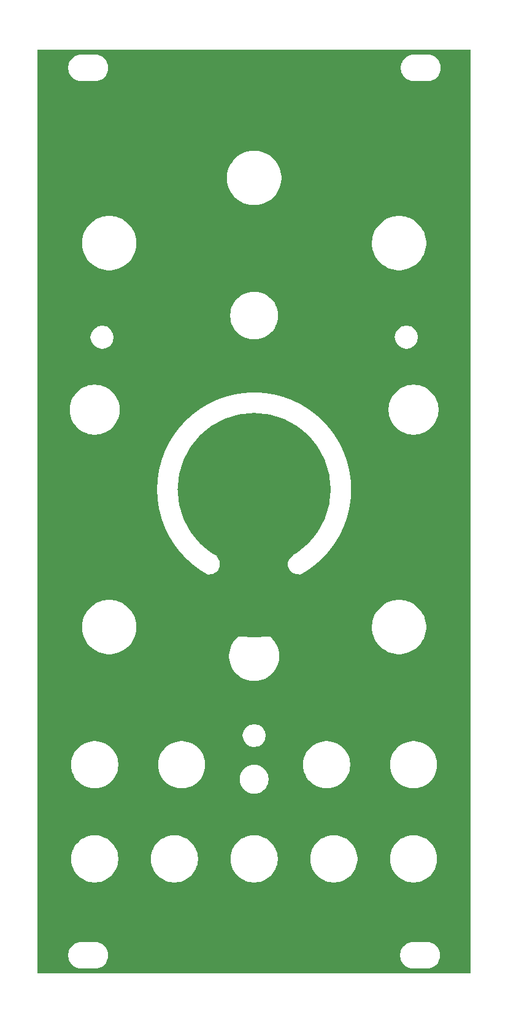
<source format=gbr>
%TF.GenerationSoftware,KiCad,Pcbnew,8.0.7*%
%TF.CreationDate,2025-01-17T12:36:58+00:00*%
%TF.ProjectId,Spectralist_Panel,53706563-7472-4616-9c69-73745f50616e,rev?*%
%TF.SameCoordinates,Original*%
%TF.FileFunction,Copper,L1,Top*%
%TF.FilePolarity,Positive*%
%FSLAX46Y46*%
G04 Gerber Fmt 4.6, Leading zero omitted, Abs format (unit mm)*
G04 Created by KiCad (PCBNEW 8.0.7) date 2025-01-17 12:36:58*
%MOMM*%
%LPD*%
G01*
G04 APERTURE LIST*
%TA.AperFunction,Conductor*%
%ADD10C,10.550000*%
%TD*%
%TA.AperFunction,Conductor*%
%ADD11C,7.000000*%
%TD*%
G04 APERTURE END LIST*
%TO.N,GND*%
D10*
X135275000Y-102000000D02*
G75*
G02*
X124725000Y-102000000I-5275000J0D01*
G01*
X124725000Y-102000000D02*
G75*
G02*
X135275000Y-102000000I5275000J0D01*
G01*
D11*
X146900000Y-102000000D02*
G75*
G02*
X113100000Y-102000000I-16900000J0D01*
G01*
X113100000Y-102000000D02*
G75*
G02*
X146900000Y-102000000I16900000J0D01*
G01*
%TD*%
%TA.AperFunction,Conductor*%
%TO.N,GND*%
G36*
X159896132Y-41303868D02*
G01*
X159899500Y-41312000D01*
X159899500Y-168788000D01*
X159896132Y-168796132D01*
X159888000Y-168799500D01*
X100112000Y-168799500D01*
X100103868Y-168796132D01*
X100100500Y-168788000D01*
X100100500Y-166178712D01*
X104349500Y-166178712D01*
X104349500Y-166421288D01*
X104381162Y-166661789D01*
X104381163Y-166661793D01*
X104381164Y-166661800D01*
X104381164Y-166661801D01*
X104443944Y-166896094D01*
X104443944Y-166896095D01*
X104536777Y-167120215D01*
X104658061Y-167330285D01*
X104658063Y-167330288D01*
X104658064Y-167330289D01*
X104805735Y-167522738D01*
X104977262Y-167694265D01*
X105169711Y-167841936D01*
X105169714Y-167841938D01*
X105379784Y-167963222D01*
X105379785Y-167963222D01*
X105379788Y-167963224D01*
X105603900Y-168056054D01*
X105603904Y-168056055D01*
X105838199Y-168118835D01*
X105838200Y-168118835D01*
X105838211Y-168118838D01*
X106078712Y-168150500D01*
X106078716Y-168150500D01*
X108121284Y-168150500D01*
X108121288Y-168150500D01*
X108361789Y-168118838D01*
X108361800Y-168118835D01*
X108361801Y-168118835D01*
X108423117Y-168102405D01*
X108596100Y-168056054D01*
X108820212Y-167963224D01*
X109030289Y-167841936D01*
X109222738Y-167694265D01*
X109394265Y-167522738D01*
X109541936Y-167330289D01*
X109663224Y-167120212D01*
X109756054Y-166896100D01*
X109818838Y-166661789D01*
X109850500Y-166421288D01*
X109850500Y-166178712D01*
X150149500Y-166178712D01*
X150149500Y-166421288D01*
X150181162Y-166661789D01*
X150181163Y-166661793D01*
X150181164Y-166661800D01*
X150181164Y-166661801D01*
X150243944Y-166896094D01*
X150243944Y-166896095D01*
X150336777Y-167120215D01*
X150458061Y-167330285D01*
X150458063Y-167330288D01*
X150458064Y-167330289D01*
X150605735Y-167522738D01*
X150777262Y-167694265D01*
X150969711Y-167841936D01*
X150969714Y-167841938D01*
X151179784Y-167963222D01*
X151179785Y-167963222D01*
X151179788Y-167963224D01*
X151403900Y-168056054D01*
X151403904Y-168056055D01*
X151638199Y-168118835D01*
X151638200Y-168118835D01*
X151638211Y-168118838D01*
X151878712Y-168150500D01*
X151878716Y-168150500D01*
X153921284Y-168150500D01*
X153921288Y-168150500D01*
X154161789Y-168118838D01*
X154161800Y-168118835D01*
X154161801Y-168118835D01*
X154223117Y-168102405D01*
X154396100Y-168056054D01*
X154620212Y-167963224D01*
X154830289Y-167841936D01*
X155022738Y-167694265D01*
X155194265Y-167522738D01*
X155341936Y-167330289D01*
X155463224Y-167120212D01*
X155556054Y-166896100D01*
X155618838Y-166661789D01*
X155650500Y-166421288D01*
X155650500Y-166178712D01*
X155618838Y-165938211D01*
X155556054Y-165703900D01*
X155463224Y-165479788D01*
X155341936Y-165269711D01*
X155194265Y-165077262D01*
X155022738Y-164905735D01*
X154830289Y-164758064D01*
X154830288Y-164758063D01*
X154830285Y-164758061D01*
X154620215Y-164636777D01*
X154396095Y-164543944D01*
X154161800Y-164481164D01*
X154161793Y-164481163D01*
X154161789Y-164481162D01*
X153967614Y-164455598D01*
X153921289Y-164449500D01*
X153921288Y-164449500D01*
X151878712Y-164449500D01*
X151878710Y-164449500D01*
X151786059Y-164461697D01*
X151638211Y-164481162D01*
X151638207Y-164481162D01*
X151638199Y-164481164D01*
X151638198Y-164481164D01*
X151403905Y-164543944D01*
X151403904Y-164543944D01*
X151179784Y-164636777D01*
X150969714Y-164758061D01*
X150897542Y-164813440D01*
X150777262Y-164905735D01*
X150777257Y-164905740D01*
X150777255Y-164905741D01*
X150605741Y-165077255D01*
X150605740Y-165077257D01*
X150605735Y-165077262D01*
X150513440Y-165197542D01*
X150458061Y-165269714D01*
X150336777Y-165479784D01*
X150243944Y-165703904D01*
X150243944Y-165703905D01*
X150181164Y-165938198D01*
X150181164Y-165938199D01*
X150181162Y-165938207D01*
X150181162Y-165938211D01*
X150149500Y-166178712D01*
X109850500Y-166178712D01*
X109818838Y-165938211D01*
X109756054Y-165703900D01*
X109663224Y-165479788D01*
X109541936Y-165269711D01*
X109394265Y-165077262D01*
X109222738Y-164905735D01*
X109030289Y-164758064D01*
X109030288Y-164758063D01*
X109030285Y-164758061D01*
X108820215Y-164636777D01*
X108596095Y-164543944D01*
X108361800Y-164481164D01*
X108361793Y-164481163D01*
X108361789Y-164481162D01*
X108167614Y-164455598D01*
X108121289Y-164449500D01*
X108121288Y-164449500D01*
X106078712Y-164449500D01*
X106078710Y-164449500D01*
X105986059Y-164461697D01*
X105838211Y-164481162D01*
X105838207Y-164481162D01*
X105838199Y-164481164D01*
X105838198Y-164481164D01*
X105603905Y-164543944D01*
X105603904Y-164543944D01*
X105379784Y-164636777D01*
X105169714Y-164758061D01*
X105097542Y-164813440D01*
X104977262Y-164905735D01*
X104977257Y-164905740D01*
X104977255Y-164905741D01*
X104805741Y-165077255D01*
X104805740Y-165077257D01*
X104805735Y-165077262D01*
X104713440Y-165197542D01*
X104658061Y-165269714D01*
X104536777Y-165479784D01*
X104443944Y-165703904D01*
X104443944Y-165703905D01*
X104381164Y-165938198D01*
X104381164Y-165938199D01*
X104381162Y-165938207D01*
X104381162Y-165938211D01*
X104349500Y-166178712D01*
X100100500Y-166178712D01*
X100100500Y-152840313D01*
X104749500Y-152840313D01*
X104749500Y-153159687D01*
X104773847Y-153406892D01*
X104780804Y-153477525D01*
X104843110Y-153790757D01*
X104843112Y-153790766D01*
X104935820Y-154096380D01*
X105058036Y-154391439D01*
X105058039Y-154391445D01*
X105208586Y-154673098D01*
X105208591Y-154673106D01*
X105386025Y-154938656D01*
X105588634Y-155185535D01*
X105814465Y-155411366D01*
X106061344Y-155613975D01*
X106326894Y-155791409D01*
X106326897Y-155791411D01*
X106326901Y-155791413D01*
X106608554Y-155941960D01*
X106608560Y-155941963D01*
X106683941Y-155973186D01*
X106903619Y-156064180D01*
X107209240Y-156156889D01*
X107522477Y-156219196D01*
X107840313Y-156250500D01*
X107840320Y-156250500D01*
X108159680Y-156250500D01*
X108159687Y-156250500D01*
X108477523Y-156219196D01*
X108790760Y-156156889D01*
X109096381Y-156064180D01*
X109391444Y-155941961D01*
X109673106Y-155791409D01*
X109938656Y-155613975D01*
X110185535Y-155411366D01*
X110411366Y-155185535D01*
X110613975Y-154938656D01*
X110791409Y-154673106D01*
X110941961Y-154391444D01*
X111064180Y-154096381D01*
X111156889Y-153790760D01*
X111219196Y-153477523D01*
X111250500Y-153159687D01*
X111250500Y-152840313D01*
X115749500Y-152840313D01*
X115749500Y-153159687D01*
X115773847Y-153406892D01*
X115780804Y-153477525D01*
X115843110Y-153790757D01*
X115843112Y-153790766D01*
X115935820Y-154096380D01*
X116058036Y-154391439D01*
X116058039Y-154391445D01*
X116208586Y-154673098D01*
X116208591Y-154673106D01*
X116386025Y-154938656D01*
X116588634Y-155185535D01*
X116814465Y-155411366D01*
X117061344Y-155613975D01*
X117326894Y-155791409D01*
X117326897Y-155791411D01*
X117326901Y-155791413D01*
X117608554Y-155941960D01*
X117608560Y-155941963D01*
X117683941Y-155973186D01*
X117903619Y-156064180D01*
X118209240Y-156156889D01*
X118522477Y-156219196D01*
X118840313Y-156250500D01*
X118840320Y-156250500D01*
X119159680Y-156250500D01*
X119159687Y-156250500D01*
X119477523Y-156219196D01*
X119790760Y-156156889D01*
X120096381Y-156064180D01*
X120391444Y-155941961D01*
X120673106Y-155791409D01*
X120938656Y-155613975D01*
X121185535Y-155411366D01*
X121411366Y-155185535D01*
X121613975Y-154938656D01*
X121791409Y-154673106D01*
X121941961Y-154391444D01*
X122064180Y-154096381D01*
X122156889Y-153790760D01*
X122219196Y-153477523D01*
X122250500Y-153159687D01*
X122250500Y-152840313D01*
X126749500Y-152840313D01*
X126749500Y-153159687D01*
X126773847Y-153406892D01*
X126780804Y-153477525D01*
X126843110Y-153790757D01*
X126843112Y-153790766D01*
X126935820Y-154096380D01*
X127058036Y-154391439D01*
X127058039Y-154391445D01*
X127208586Y-154673098D01*
X127208591Y-154673106D01*
X127386025Y-154938656D01*
X127588634Y-155185535D01*
X127814465Y-155411366D01*
X128061344Y-155613975D01*
X128326894Y-155791409D01*
X128326897Y-155791411D01*
X128326901Y-155791413D01*
X128608554Y-155941960D01*
X128608560Y-155941963D01*
X128683941Y-155973186D01*
X128903619Y-156064180D01*
X129209240Y-156156889D01*
X129522477Y-156219196D01*
X129840313Y-156250500D01*
X129840320Y-156250500D01*
X130159680Y-156250500D01*
X130159687Y-156250500D01*
X130477523Y-156219196D01*
X130790760Y-156156889D01*
X131096381Y-156064180D01*
X131391444Y-155941961D01*
X131673106Y-155791409D01*
X131938656Y-155613975D01*
X132185535Y-155411366D01*
X132411366Y-155185535D01*
X132613975Y-154938656D01*
X132791409Y-154673106D01*
X132941961Y-154391444D01*
X133064180Y-154096381D01*
X133156889Y-153790760D01*
X133219196Y-153477523D01*
X133250500Y-153159687D01*
X133250500Y-152840313D01*
X137749500Y-152840313D01*
X137749500Y-153159687D01*
X137773847Y-153406892D01*
X137780804Y-153477525D01*
X137843110Y-153790757D01*
X137843112Y-153790766D01*
X137935820Y-154096380D01*
X138058036Y-154391439D01*
X138058039Y-154391445D01*
X138208586Y-154673098D01*
X138208591Y-154673106D01*
X138386025Y-154938656D01*
X138588634Y-155185535D01*
X138814465Y-155411366D01*
X139061344Y-155613975D01*
X139326894Y-155791409D01*
X139326897Y-155791411D01*
X139326901Y-155791413D01*
X139608554Y-155941960D01*
X139608560Y-155941963D01*
X139683941Y-155973186D01*
X139903619Y-156064180D01*
X140209240Y-156156889D01*
X140522477Y-156219196D01*
X140840313Y-156250500D01*
X140840320Y-156250500D01*
X141159680Y-156250500D01*
X141159687Y-156250500D01*
X141477523Y-156219196D01*
X141790760Y-156156889D01*
X142096381Y-156064180D01*
X142391444Y-155941961D01*
X142673106Y-155791409D01*
X142938656Y-155613975D01*
X143185535Y-155411366D01*
X143411366Y-155185535D01*
X143613975Y-154938656D01*
X143791409Y-154673106D01*
X143941961Y-154391444D01*
X144064180Y-154096381D01*
X144156889Y-153790760D01*
X144219196Y-153477523D01*
X144250500Y-153159687D01*
X144250500Y-152840313D01*
X148749500Y-152840313D01*
X148749500Y-153159687D01*
X148773847Y-153406892D01*
X148780804Y-153477525D01*
X148843110Y-153790757D01*
X148843112Y-153790766D01*
X148935820Y-154096380D01*
X149058036Y-154391439D01*
X149058039Y-154391445D01*
X149208586Y-154673098D01*
X149208591Y-154673106D01*
X149386025Y-154938656D01*
X149588634Y-155185535D01*
X149814465Y-155411366D01*
X150061344Y-155613975D01*
X150326894Y-155791409D01*
X150326897Y-155791411D01*
X150326901Y-155791413D01*
X150608554Y-155941960D01*
X150608560Y-155941963D01*
X150683941Y-155973186D01*
X150903619Y-156064180D01*
X151209240Y-156156889D01*
X151522477Y-156219196D01*
X151840313Y-156250500D01*
X151840320Y-156250500D01*
X152159680Y-156250500D01*
X152159687Y-156250500D01*
X152477523Y-156219196D01*
X152790760Y-156156889D01*
X153096381Y-156064180D01*
X153391444Y-155941961D01*
X153673106Y-155791409D01*
X153938656Y-155613975D01*
X154185535Y-155411366D01*
X154411366Y-155185535D01*
X154613975Y-154938656D01*
X154791409Y-154673106D01*
X154941961Y-154391444D01*
X155064180Y-154096381D01*
X155156889Y-153790760D01*
X155219196Y-153477523D01*
X155250500Y-153159687D01*
X155250500Y-152840313D01*
X155219196Y-152522477D01*
X155156889Y-152209240D01*
X155064180Y-151903619D01*
X154941961Y-151608556D01*
X154791409Y-151326894D01*
X154613975Y-151061344D01*
X154411366Y-150814465D01*
X154185535Y-150588634D01*
X153938656Y-150386025D01*
X153931780Y-150381430D01*
X153673111Y-150208594D01*
X153673098Y-150208586D01*
X153391445Y-150058039D01*
X153391439Y-150058036D01*
X153187373Y-149973510D01*
X153096381Y-149935820D01*
X153013858Y-149910787D01*
X152790766Y-149843112D01*
X152790757Y-149843110D01*
X152477525Y-149780804D01*
X152406892Y-149773847D01*
X152159687Y-149749500D01*
X151840313Y-149749500D01*
X151617827Y-149771412D01*
X151522474Y-149780804D01*
X151209242Y-149843110D01*
X151209233Y-149843112D01*
X150903619Y-149935820D01*
X150608560Y-150058036D01*
X150608554Y-150058039D01*
X150326901Y-150208586D01*
X150326888Y-150208594D01*
X150061349Y-150386021D01*
X150061348Y-150386022D01*
X149814470Y-150588629D01*
X149588629Y-150814470D01*
X149386022Y-151061348D01*
X149386021Y-151061349D01*
X149208594Y-151326888D01*
X149208586Y-151326901D01*
X149058039Y-151608554D01*
X149058036Y-151608560D01*
X148935820Y-151903619D01*
X148843112Y-152209233D01*
X148843110Y-152209242D01*
X148780804Y-152522474D01*
X148780804Y-152522477D01*
X148749500Y-152840313D01*
X144250500Y-152840313D01*
X144219196Y-152522477D01*
X144156889Y-152209240D01*
X144064180Y-151903619D01*
X143941961Y-151608556D01*
X143791409Y-151326894D01*
X143613975Y-151061344D01*
X143411366Y-150814465D01*
X143185535Y-150588634D01*
X142938656Y-150386025D01*
X142931780Y-150381430D01*
X142673111Y-150208594D01*
X142673098Y-150208586D01*
X142391445Y-150058039D01*
X142391439Y-150058036D01*
X142187373Y-149973510D01*
X142096381Y-149935820D01*
X142013858Y-149910787D01*
X141790766Y-149843112D01*
X141790757Y-149843110D01*
X141477525Y-149780804D01*
X141406892Y-149773847D01*
X141159687Y-149749500D01*
X140840313Y-149749500D01*
X140617827Y-149771412D01*
X140522474Y-149780804D01*
X140209242Y-149843110D01*
X140209233Y-149843112D01*
X139903619Y-149935820D01*
X139608560Y-150058036D01*
X139608554Y-150058039D01*
X139326901Y-150208586D01*
X139326888Y-150208594D01*
X139061349Y-150386021D01*
X139061348Y-150386022D01*
X138814470Y-150588629D01*
X138588629Y-150814470D01*
X138386022Y-151061348D01*
X138386021Y-151061349D01*
X138208594Y-151326888D01*
X138208586Y-151326901D01*
X138058039Y-151608554D01*
X138058036Y-151608560D01*
X137935820Y-151903619D01*
X137843112Y-152209233D01*
X137843110Y-152209242D01*
X137780804Y-152522474D01*
X137780804Y-152522477D01*
X137749500Y-152840313D01*
X133250500Y-152840313D01*
X133219196Y-152522477D01*
X133156889Y-152209240D01*
X133064180Y-151903619D01*
X132941961Y-151608556D01*
X132791409Y-151326894D01*
X132613975Y-151061344D01*
X132411366Y-150814465D01*
X132185535Y-150588634D01*
X131938656Y-150386025D01*
X131931780Y-150381430D01*
X131673111Y-150208594D01*
X131673098Y-150208586D01*
X131391445Y-150058039D01*
X131391439Y-150058036D01*
X131187373Y-149973510D01*
X131096381Y-149935820D01*
X131013858Y-149910787D01*
X130790766Y-149843112D01*
X130790757Y-149843110D01*
X130477525Y-149780804D01*
X130406892Y-149773847D01*
X130159687Y-149749500D01*
X129840313Y-149749500D01*
X129617827Y-149771412D01*
X129522474Y-149780804D01*
X129209242Y-149843110D01*
X129209233Y-149843112D01*
X128903619Y-149935820D01*
X128608560Y-150058036D01*
X128608554Y-150058039D01*
X128326901Y-150208586D01*
X128326888Y-150208594D01*
X128061349Y-150386021D01*
X128061348Y-150386022D01*
X127814470Y-150588629D01*
X127588629Y-150814470D01*
X127386022Y-151061348D01*
X127386021Y-151061349D01*
X127208594Y-151326888D01*
X127208586Y-151326901D01*
X127058039Y-151608554D01*
X127058036Y-151608560D01*
X126935820Y-151903619D01*
X126843112Y-152209233D01*
X126843110Y-152209242D01*
X126780804Y-152522474D01*
X126780804Y-152522477D01*
X126749500Y-152840313D01*
X122250500Y-152840313D01*
X122219196Y-152522477D01*
X122156889Y-152209240D01*
X122064180Y-151903619D01*
X121941961Y-151608556D01*
X121791409Y-151326894D01*
X121613975Y-151061344D01*
X121411366Y-150814465D01*
X121185535Y-150588634D01*
X120938656Y-150386025D01*
X120931780Y-150381430D01*
X120673111Y-150208594D01*
X120673098Y-150208586D01*
X120391445Y-150058039D01*
X120391439Y-150058036D01*
X120187373Y-149973510D01*
X120096381Y-149935820D01*
X120013858Y-149910787D01*
X119790766Y-149843112D01*
X119790757Y-149843110D01*
X119477525Y-149780804D01*
X119406892Y-149773847D01*
X119159687Y-149749500D01*
X118840313Y-149749500D01*
X118617827Y-149771412D01*
X118522474Y-149780804D01*
X118209242Y-149843110D01*
X118209233Y-149843112D01*
X117903619Y-149935820D01*
X117608560Y-150058036D01*
X117608554Y-150058039D01*
X117326901Y-150208586D01*
X117326888Y-150208594D01*
X117061349Y-150386021D01*
X117061348Y-150386022D01*
X116814470Y-150588629D01*
X116588629Y-150814470D01*
X116386022Y-151061348D01*
X116386021Y-151061349D01*
X116208594Y-151326888D01*
X116208586Y-151326901D01*
X116058039Y-151608554D01*
X116058036Y-151608560D01*
X115935820Y-151903619D01*
X115843112Y-152209233D01*
X115843110Y-152209242D01*
X115780804Y-152522474D01*
X115780804Y-152522477D01*
X115749500Y-152840313D01*
X111250500Y-152840313D01*
X111219196Y-152522477D01*
X111156889Y-152209240D01*
X111064180Y-151903619D01*
X110941961Y-151608556D01*
X110791409Y-151326894D01*
X110613975Y-151061344D01*
X110411366Y-150814465D01*
X110185535Y-150588634D01*
X109938656Y-150386025D01*
X109931780Y-150381430D01*
X109673111Y-150208594D01*
X109673098Y-150208586D01*
X109391445Y-150058039D01*
X109391439Y-150058036D01*
X109187373Y-149973510D01*
X109096381Y-149935820D01*
X109013858Y-149910787D01*
X108790766Y-149843112D01*
X108790757Y-149843110D01*
X108477525Y-149780804D01*
X108406892Y-149773847D01*
X108159687Y-149749500D01*
X107840313Y-149749500D01*
X107617827Y-149771412D01*
X107522474Y-149780804D01*
X107209242Y-149843110D01*
X107209233Y-149843112D01*
X106903619Y-149935820D01*
X106608560Y-150058036D01*
X106608554Y-150058039D01*
X106326901Y-150208586D01*
X106326888Y-150208594D01*
X106061349Y-150386021D01*
X106061348Y-150386022D01*
X105814470Y-150588629D01*
X105588629Y-150814470D01*
X105386022Y-151061348D01*
X105386021Y-151061349D01*
X105208594Y-151326888D01*
X105208586Y-151326901D01*
X105058039Y-151608554D01*
X105058036Y-151608560D01*
X104935820Y-151903619D01*
X104843112Y-152209233D01*
X104843110Y-152209242D01*
X104780804Y-152522474D01*
X104780804Y-152522477D01*
X104749500Y-152840313D01*
X100100500Y-152840313D01*
X100100500Y-139840313D01*
X104749500Y-139840313D01*
X104749500Y-140159687D01*
X104766577Y-140333073D01*
X104780804Y-140477525D01*
X104843110Y-140790757D01*
X104843112Y-140790766D01*
X104872061Y-140886197D01*
X104935820Y-141096381D01*
X104973510Y-141187373D01*
X105058036Y-141391439D01*
X105058039Y-141391445D01*
X105208586Y-141673098D01*
X105208591Y-141673106D01*
X105386025Y-141938656D01*
X105588634Y-142185535D01*
X105814465Y-142411366D01*
X106061344Y-142613975D01*
X106326894Y-142791409D01*
X106326897Y-142791411D01*
X106326901Y-142791413D01*
X106608554Y-142941960D01*
X106608560Y-142941963D01*
X106683941Y-142973186D01*
X106903619Y-143064180D01*
X107209240Y-143156889D01*
X107522477Y-143219196D01*
X107840313Y-143250500D01*
X107840320Y-143250500D01*
X108159680Y-143250500D01*
X108159687Y-143250500D01*
X108477523Y-143219196D01*
X108790760Y-143156889D01*
X109096381Y-143064180D01*
X109391444Y-142941961D01*
X109673106Y-142791409D01*
X109938656Y-142613975D01*
X110185535Y-142411366D01*
X110411366Y-142185535D01*
X110613975Y-141938656D01*
X110791409Y-141673106D01*
X110941961Y-141391444D01*
X111064180Y-141096381D01*
X111156889Y-140790760D01*
X111219196Y-140477523D01*
X111250500Y-140159687D01*
X111250500Y-139840313D01*
X116749500Y-139840313D01*
X116749500Y-140159687D01*
X116766577Y-140333073D01*
X116780804Y-140477525D01*
X116843110Y-140790757D01*
X116843112Y-140790766D01*
X116872061Y-140886197D01*
X116935820Y-141096381D01*
X116973510Y-141187373D01*
X117058036Y-141391439D01*
X117058039Y-141391445D01*
X117208586Y-141673098D01*
X117208591Y-141673106D01*
X117386025Y-141938656D01*
X117588634Y-142185535D01*
X117814465Y-142411366D01*
X118061344Y-142613975D01*
X118326894Y-142791409D01*
X118326897Y-142791411D01*
X118326901Y-142791413D01*
X118608554Y-142941960D01*
X118608560Y-142941963D01*
X118683941Y-142973186D01*
X118903619Y-143064180D01*
X119209240Y-143156889D01*
X119522477Y-143219196D01*
X119840313Y-143250500D01*
X119840320Y-143250500D01*
X120159680Y-143250500D01*
X120159687Y-143250500D01*
X120477523Y-143219196D01*
X120790760Y-143156889D01*
X121096381Y-143064180D01*
X121391444Y-142941961D01*
X121673106Y-142791409D01*
X121938656Y-142613975D01*
X122185535Y-142411366D01*
X122411366Y-142185535D01*
X122613975Y-141938656D01*
X122660598Y-141868880D01*
X127999500Y-141868880D01*
X127999500Y-142131120D01*
X128033730Y-142391116D01*
X128033731Y-142391120D01*
X128033732Y-142391127D01*
X128033732Y-142391128D01*
X128101600Y-142644413D01*
X128101600Y-142644414D01*
X128201958Y-142886700D01*
X128333073Y-143113799D01*
X128333075Y-143113802D01*
X128333076Y-143113803D01*
X128492718Y-143321851D01*
X128678149Y-143507282D01*
X128886197Y-143666924D01*
X128886200Y-143666926D01*
X129113299Y-143798041D01*
X129113300Y-143798041D01*
X129113303Y-143798043D01*
X129355581Y-143898398D01*
X129355585Y-143898399D01*
X129608872Y-143966267D01*
X129608873Y-143966267D01*
X129608884Y-143966270D01*
X129868880Y-144000500D01*
X129868884Y-144000500D01*
X130131116Y-144000500D01*
X130131120Y-144000500D01*
X130391116Y-143966270D01*
X130391127Y-143966267D01*
X130391128Y-143966267D01*
X130457406Y-143948507D01*
X130644419Y-143898398D01*
X130886697Y-143798043D01*
X131113803Y-143666924D01*
X131321851Y-143507282D01*
X131507282Y-143321851D01*
X131666924Y-143113803D01*
X131798043Y-142886697D01*
X131898398Y-142644419D01*
X131966270Y-142391116D01*
X132000500Y-142131120D01*
X132000500Y-141868880D01*
X131966270Y-141608884D01*
X131898398Y-141355581D01*
X131798043Y-141113303D01*
X131666924Y-140886197D01*
X131507282Y-140678149D01*
X131321851Y-140492718D01*
X131113803Y-140333076D01*
X131113802Y-140333075D01*
X131113799Y-140333073D01*
X130886700Y-140201958D01*
X130644414Y-140101600D01*
X130391127Y-140033732D01*
X130391120Y-140033731D01*
X130391116Y-140033730D01*
X130181207Y-140006094D01*
X130131121Y-139999500D01*
X130131120Y-139999500D01*
X129868880Y-139999500D01*
X129868878Y-139999500D01*
X129768704Y-140012688D01*
X129608884Y-140033730D01*
X129608880Y-140033730D01*
X129608872Y-140033732D01*
X129608871Y-140033732D01*
X129355586Y-140101600D01*
X129355585Y-140101600D01*
X129113299Y-140201958D01*
X128886200Y-140333073D01*
X128808179Y-140392941D01*
X128678149Y-140492718D01*
X128678144Y-140492723D01*
X128678142Y-140492724D01*
X128492724Y-140678142D01*
X128492723Y-140678144D01*
X128492718Y-140678149D01*
X128406310Y-140790757D01*
X128333073Y-140886200D01*
X128201958Y-141113299D01*
X128101600Y-141355585D01*
X128101600Y-141355586D01*
X128033732Y-141608871D01*
X128033732Y-141608872D01*
X128033730Y-141608880D01*
X128033730Y-141608884D01*
X127999500Y-141868880D01*
X122660598Y-141868880D01*
X122791409Y-141673106D01*
X122941961Y-141391444D01*
X123064180Y-141096381D01*
X123156889Y-140790760D01*
X123219196Y-140477523D01*
X123250500Y-140159687D01*
X123250500Y-139840313D01*
X136749500Y-139840313D01*
X136749500Y-140159687D01*
X136766577Y-140333073D01*
X136780804Y-140477525D01*
X136843110Y-140790757D01*
X136843112Y-140790766D01*
X136872061Y-140886197D01*
X136935820Y-141096381D01*
X136973510Y-141187373D01*
X137058036Y-141391439D01*
X137058039Y-141391445D01*
X137208586Y-141673098D01*
X137208591Y-141673106D01*
X137386025Y-141938656D01*
X137588634Y-142185535D01*
X137814465Y-142411366D01*
X138061344Y-142613975D01*
X138326894Y-142791409D01*
X138326897Y-142791411D01*
X138326901Y-142791413D01*
X138608554Y-142941960D01*
X138608560Y-142941963D01*
X138683941Y-142973186D01*
X138903619Y-143064180D01*
X139209240Y-143156889D01*
X139522477Y-143219196D01*
X139840313Y-143250500D01*
X139840320Y-143250500D01*
X140159680Y-143250500D01*
X140159687Y-143250500D01*
X140477523Y-143219196D01*
X140790760Y-143156889D01*
X141096381Y-143064180D01*
X141391444Y-142941961D01*
X141673106Y-142791409D01*
X141938656Y-142613975D01*
X142185535Y-142411366D01*
X142411366Y-142185535D01*
X142613975Y-141938656D01*
X142791409Y-141673106D01*
X142941961Y-141391444D01*
X143064180Y-141096381D01*
X143156889Y-140790760D01*
X143219196Y-140477523D01*
X143250500Y-140159687D01*
X143250500Y-139840313D01*
X148749500Y-139840313D01*
X148749500Y-140159687D01*
X148766577Y-140333073D01*
X148780804Y-140477525D01*
X148843110Y-140790757D01*
X148843112Y-140790766D01*
X148872061Y-140886197D01*
X148935820Y-141096381D01*
X148973510Y-141187373D01*
X149058036Y-141391439D01*
X149058039Y-141391445D01*
X149208586Y-141673098D01*
X149208591Y-141673106D01*
X149386025Y-141938656D01*
X149588634Y-142185535D01*
X149814465Y-142411366D01*
X150061344Y-142613975D01*
X150326894Y-142791409D01*
X150326897Y-142791411D01*
X150326901Y-142791413D01*
X150608554Y-142941960D01*
X150608560Y-142941963D01*
X150683941Y-142973186D01*
X150903619Y-143064180D01*
X151209240Y-143156889D01*
X151522477Y-143219196D01*
X151840313Y-143250500D01*
X151840320Y-143250500D01*
X152159680Y-143250500D01*
X152159687Y-143250500D01*
X152477523Y-143219196D01*
X152790760Y-143156889D01*
X153096381Y-143064180D01*
X153391444Y-142941961D01*
X153673106Y-142791409D01*
X153938656Y-142613975D01*
X154185535Y-142411366D01*
X154411366Y-142185535D01*
X154613975Y-141938656D01*
X154791409Y-141673106D01*
X154941961Y-141391444D01*
X155064180Y-141096381D01*
X155156889Y-140790760D01*
X155219196Y-140477523D01*
X155250500Y-140159687D01*
X155250500Y-139840313D01*
X155219196Y-139522477D01*
X155156889Y-139209240D01*
X155064180Y-138903619D01*
X154941961Y-138608556D01*
X154791409Y-138326894D01*
X154613975Y-138061344D01*
X154411366Y-137814465D01*
X154185535Y-137588634D01*
X153938656Y-137386025D01*
X153931780Y-137381430D01*
X153673111Y-137208594D01*
X153673098Y-137208586D01*
X153391445Y-137058039D01*
X153391439Y-137058036D01*
X153187373Y-136973510D01*
X153096381Y-136935820D01*
X153013858Y-136910787D01*
X152790766Y-136843112D01*
X152790757Y-136843110D01*
X152477525Y-136780804D01*
X152406892Y-136773847D01*
X152159687Y-136749500D01*
X151840313Y-136749500D01*
X151617827Y-136771412D01*
X151522474Y-136780804D01*
X151209242Y-136843110D01*
X151209233Y-136843112D01*
X150903619Y-136935820D01*
X150608560Y-137058036D01*
X150608554Y-137058039D01*
X150326901Y-137208586D01*
X150326888Y-137208594D01*
X150061349Y-137386021D01*
X150061348Y-137386022D01*
X149814470Y-137588629D01*
X149588629Y-137814470D01*
X149386022Y-138061348D01*
X149386021Y-138061349D01*
X149208594Y-138326888D01*
X149208586Y-138326901D01*
X149058039Y-138608554D01*
X149058036Y-138608560D01*
X148935820Y-138903619D01*
X148843112Y-139209233D01*
X148843110Y-139209242D01*
X148780804Y-139522474D01*
X148780804Y-139522477D01*
X148749500Y-139840313D01*
X143250500Y-139840313D01*
X143219196Y-139522477D01*
X143156889Y-139209240D01*
X143064180Y-138903619D01*
X142941961Y-138608556D01*
X142791409Y-138326894D01*
X142613975Y-138061344D01*
X142411366Y-137814465D01*
X142185535Y-137588634D01*
X141938656Y-137386025D01*
X141931780Y-137381430D01*
X141673111Y-137208594D01*
X141673098Y-137208586D01*
X141391445Y-137058039D01*
X141391439Y-137058036D01*
X141187373Y-136973510D01*
X141096381Y-136935820D01*
X141013858Y-136910787D01*
X140790766Y-136843112D01*
X140790757Y-136843110D01*
X140477525Y-136780804D01*
X140406892Y-136773847D01*
X140159687Y-136749500D01*
X139840313Y-136749500D01*
X139617827Y-136771412D01*
X139522474Y-136780804D01*
X139209242Y-136843110D01*
X139209233Y-136843112D01*
X138903619Y-136935820D01*
X138608560Y-137058036D01*
X138608554Y-137058039D01*
X138326901Y-137208586D01*
X138326888Y-137208594D01*
X138061349Y-137386021D01*
X138061348Y-137386022D01*
X137814470Y-137588629D01*
X137588629Y-137814470D01*
X137386022Y-138061348D01*
X137386021Y-138061349D01*
X137208594Y-138326888D01*
X137208586Y-138326901D01*
X137058039Y-138608554D01*
X137058036Y-138608560D01*
X136935820Y-138903619D01*
X136843112Y-139209233D01*
X136843110Y-139209242D01*
X136780804Y-139522474D01*
X136780804Y-139522477D01*
X136749500Y-139840313D01*
X123250500Y-139840313D01*
X123219196Y-139522477D01*
X123156889Y-139209240D01*
X123064180Y-138903619D01*
X122941961Y-138608556D01*
X122791409Y-138326894D01*
X122613975Y-138061344D01*
X122411366Y-137814465D01*
X122185535Y-137588634D01*
X121938656Y-137386025D01*
X121931780Y-137381430D01*
X121673111Y-137208594D01*
X121673098Y-137208586D01*
X121391445Y-137058039D01*
X121391439Y-137058036D01*
X121187373Y-136973510D01*
X121096381Y-136935820D01*
X121013858Y-136910787D01*
X120790766Y-136843112D01*
X120790757Y-136843110D01*
X120477525Y-136780804D01*
X120406892Y-136773847D01*
X120159687Y-136749500D01*
X119840313Y-136749500D01*
X119617827Y-136771412D01*
X119522474Y-136780804D01*
X119209242Y-136843110D01*
X119209233Y-136843112D01*
X118903619Y-136935820D01*
X118608560Y-137058036D01*
X118608554Y-137058039D01*
X118326901Y-137208586D01*
X118326888Y-137208594D01*
X118061349Y-137386021D01*
X118061348Y-137386022D01*
X117814470Y-137588629D01*
X117588629Y-137814470D01*
X117386022Y-138061348D01*
X117386021Y-138061349D01*
X117208594Y-138326888D01*
X117208586Y-138326901D01*
X117058039Y-138608554D01*
X117058036Y-138608560D01*
X116935820Y-138903619D01*
X116843112Y-139209233D01*
X116843110Y-139209242D01*
X116780804Y-139522474D01*
X116780804Y-139522477D01*
X116749500Y-139840313D01*
X111250500Y-139840313D01*
X111219196Y-139522477D01*
X111156889Y-139209240D01*
X111064180Y-138903619D01*
X110941961Y-138608556D01*
X110791409Y-138326894D01*
X110613975Y-138061344D01*
X110411366Y-137814465D01*
X110185535Y-137588634D01*
X109938656Y-137386025D01*
X109931780Y-137381430D01*
X109673111Y-137208594D01*
X109673098Y-137208586D01*
X109391445Y-137058039D01*
X109391439Y-137058036D01*
X109187373Y-136973510D01*
X109096381Y-136935820D01*
X109013858Y-136910787D01*
X108790766Y-136843112D01*
X108790757Y-136843110D01*
X108477525Y-136780804D01*
X108406892Y-136773847D01*
X108159687Y-136749500D01*
X107840313Y-136749500D01*
X107617827Y-136771412D01*
X107522474Y-136780804D01*
X107209242Y-136843110D01*
X107209233Y-136843112D01*
X106903619Y-136935820D01*
X106608560Y-137058036D01*
X106608554Y-137058039D01*
X106326901Y-137208586D01*
X106326888Y-137208594D01*
X106061349Y-137386021D01*
X106061348Y-137386022D01*
X105814470Y-137588629D01*
X105588629Y-137814470D01*
X105386022Y-138061348D01*
X105386021Y-138061349D01*
X105208594Y-138326888D01*
X105208586Y-138326901D01*
X105058039Y-138608554D01*
X105058036Y-138608560D01*
X104935820Y-138903619D01*
X104843112Y-139209233D01*
X104843110Y-139209242D01*
X104780804Y-139522474D01*
X104780804Y-139522477D01*
X104749500Y-139840313D01*
X100100500Y-139840313D01*
X100100500Y-135994937D01*
X128400001Y-135994937D01*
X128543027Y-136586667D01*
X128868618Y-137126320D01*
X129408934Y-137452596D01*
X129408937Y-137452596D01*
X129408938Y-137452597D01*
X129999996Y-137594936D01*
X129999998Y-137594936D01*
X130000001Y-137594937D01*
X130000001Y-137594936D01*
X130000003Y-137594937D01*
X130422352Y-137500033D01*
X130633528Y-137452581D01*
X131132200Y-137127136D01*
X131500524Y-136587115D01*
X131600001Y-135994937D01*
X131499442Y-135362080D01*
X131373424Y-135191854D01*
X131130811Y-134864128D01*
X130633224Y-134496900D01*
X130000000Y-134394937D01*
X129408941Y-134496166D01*
X129137438Y-134678518D01*
X128865934Y-134860871D01*
X128539507Y-135360618D01*
X128539507Y-135360619D01*
X128539506Y-135360621D01*
X128400001Y-135994937D01*
X100100500Y-135994937D01*
X100100500Y-124830488D01*
X126549500Y-124830488D01*
X126549500Y-125169512D01*
X126575345Y-125431928D01*
X126582730Y-125506906D01*
X126648870Y-125839411D01*
X126648872Y-125839420D01*
X126747284Y-126163839D01*
X126877020Y-126477053D01*
X126877023Y-126477059D01*
X127036833Y-126776043D01*
X127036838Y-126776051D01*
X127225190Y-127057939D01*
X127440265Y-127320009D01*
X127679991Y-127559735D01*
X127942061Y-127774810D01*
X128223949Y-127963162D01*
X128223952Y-127963164D01*
X128223956Y-127963166D01*
X128522940Y-128122976D01*
X128522946Y-128122979D01*
X128602965Y-128156123D01*
X128836160Y-128252716D01*
X129160586Y-128351129D01*
X129493096Y-128417270D01*
X129830488Y-128450500D01*
X129830495Y-128450500D01*
X130169505Y-128450500D01*
X130169512Y-128450500D01*
X130506904Y-128417270D01*
X130839414Y-128351129D01*
X131163840Y-128252716D01*
X131477058Y-128122977D01*
X131776051Y-127963162D01*
X132057939Y-127774810D01*
X132320009Y-127559735D01*
X132559735Y-127320009D01*
X132774810Y-127057939D01*
X132963162Y-126776051D01*
X133122977Y-126477058D01*
X133252716Y-126163840D01*
X133351129Y-125839414D01*
X133417270Y-125506904D01*
X133450500Y-125169512D01*
X133450500Y-124830488D01*
X133417270Y-124493096D01*
X133351129Y-124160586D01*
X133252716Y-123836160D01*
X133122977Y-123522942D01*
X132963162Y-123223949D01*
X132774810Y-122942061D01*
X132559735Y-122679991D01*
X132320009Y-122440265D01*
X132057939Y-122225190D01*
X132050618Y-122220298D01*
X131776056Y-122036841D01*
X131776043Y-122036833D01*
X131477059Y-121877023D01*
X131477053Y-121877020D01*
X131260431Y-121787293D01*
X131163840Y-121747284D01*
X131076239Y-121720710D01*
X130839420Y-121648872D01*
X130839411Y-121648870D01*
X130506906Y-121582730D01*
X130431928Y-121575345D01*
X130169512Y-121549500D01*
X129830488Y-121549500D01*
X129594313Y-121572761D01*
X129493093Y-121582730D01*
X129160588Y-121648870D01*
X129160579Y-121648872D01*
X128836160Y-121747284D01*
X128522946Y-121877020D01*
X128522940Y-121877023D01*
X128223956Y-122036833D01*
X128223943Y-122036841D01*
X127942066Y-122225186D01*
X127942065Y-122225187D01*
X127679996Y-122440260D01*
X127440260Y-122679996D01*
X127225187Y-122942065D01*
X127225186Y-122942066D01*
X127036841Y-123223943D01*
X127036833Y-123223956D01*
X126877023Y-123522940D01*
X126877020Y-123522946D01*
X126747284Y-123836160D01*
X126648872Y-124160579D01*
X126648870Y-124160588D01*
X126582730Y-124493093D01*
X126571653Y-124605560D01*
X126549500Y-124830488D01*
X100100500Y-124830488D01*
X100100500Y-120815750D01*
X106249500Y-120815750D01*
X106249500Y-121184250D01*
X106277592Y-121469481D01*
X106285619Y-121550978D01*
X106357509Y-121912393D01*
X106357511Y-121912402D01*
X106464480Y-122265028D01*
X106605496Y-122605474D01*
X106605499Y-122605480D01*
X106779204Y-122930460D01*
X106779212Y-122930473D01*
X106975303Y-123223943D01*
X106983937Y-123236865D01*
X107217711Y-123521719D01*
X107478281Y-123782289D01*
X107763135Y-124016063D01*
X108069532Y-124220791D01*
X108069535Y-124220793D01*
X108069539Y-124220795D01*
X108394519Y-124394500D01*
X108394525Y-124394503D01*
X108481501Y-124430529D01*
X108734971Y-124535520D01*
X109087604Y-124642490D01*
X109449024Y-124714381D01*
X109815750Y-124750500D01*
X109815757Y-124750500D01*
X110184243Y-124750500D01*
X110184250Y-124750500D01*
X110550976Y-124714381D01*
X110912396Y-124642490D01*
X111265029Y-124535520D01*
X111605479Y-124394501D01*
X111930468Y-124220791D01*
X112236865Y-124016063D01*
X112521719Y-123782289D01*
X112782289Y-123521719D01*
X113016063Y-123236865D01*
X113220791Y-122930468D01*
X113394501Y-122605479D01*
X113535520Y-122265029D01*
X113642490Y-121912396D01*
X113714381Y-121550976D01*
X113750500Y-121184250D01*
X113750500Y-120815750D01*
X146249500Y-120815750D01*
X146249500Y-121184250D01*
X146277592Y-121469481D01*
X146285619Y-121550978D01*
X146357509Y-121912393D01*
X146357511Y-121912402D01*
X146464480Y-122265028D01*
X146605496Y-122605474D01*
X146605499Y-122605480D01*
X146779204Y-122930460D01*
X146779212Y-122930473D01*
X146975303Y-123223943D01*
X146983937Y-123236865D01*
X147217711Y-123521719D01*
X147478281Y-123782289D01*
X147763135Y-124016063D01*
X148069532Y-124220791D01*
X148069535Y-124220793D01*
X148069539Y-124220795D01*
X148394519Y-124394500D01*
X148394525Y-124394503D01*
X148481501Y-124430529D01*
X148734971Y-124535520D01*
X149087604Y-124642490D01*
X149449024Y-124714381D01*
X149815750Y-124750500D01*
X149815757Y-124750500D01*
X150184243Y-124750500D01*
X150184250Y-124750500D01*
X150550976Y-124714381D01*
X150912396Y-124642490D01*
X151265029Y-124535520D01*
X151605479Y-124394501D01*
X151930468Y-124220791D01*
X152236865Y-124016063D01*
X152521719Y-123782289D01*
X152782289Y-123521719D01*
X153016063Y-123236865D01*
X153220791Y-122930468D01*
X153394501Y-122605479D01*
X153535520Y-122265029D01*
X153642490Y-121912396D01*
X153714381Y-121550976D01*
X153750500Y-121184250D01*
X153750500Y-120815750D01*
X153714381Y-120449024D01*
X153642490Y-120087604D01*
X153535520Y-119734971D01*
X153394501Y-119394521D01*
X153220791Y-119069532D01*
X153016063Y-118763135D01*
X152782289Y-118478281D01*
X152521719Y-118217711D01*
X152236865Y-117983937D01*
X152228915Y-117978625D01*
X151930473Y-117779212D01*
X151930460Y-117779204D01*
X151605480Y-117605499D01*
X151605474Y-117605496D01*
X151370018Y-117507968D01*
X151265029Y-117464480D01*
X151169812Y-117435596D01*
X150912402Y-117357511D01*
X150912393Y-117357509D01*
X150550978Y-117285619D01*
X150469481Y-117277592D01*
X150184250Y-117249500D01*
X149815750Y-117249500D01*
X149559041Y-117274783D01*
X149449021Y-117285619D01*
X149087606Y-117357509D01*
X149087597Y-117357511D01*
X148734971Y-117464480D01*
X148394525Y-117605496D01*
X148394519Y-117605499D01*
X148069539Y-117779204D01*
X148069526Y-117779212D01*
X147763140Y-117983933D01*
X147763139Y-117983934D01*
X147478286Y-118217706D01*
X147217706Y-118478286D01*
X146983934Y-118763139D01*
X146983933Y-118763140D01*
X146779212Y-119069526D01*
X146779204Y-119069539D01*
X146605499Y-119394519D01*
X146605496Y-119394525D01*
X146464480Y-119734971D01*
X146357511Y-120087597D01*
X146357509Y-120087606D01*
X146285619Y-120449021D01*
X146285619Y-120449024D01*
X146249500Y-120815750D01*
X113750500Y-120815750D01*
X113714381Y-120449024D01*
X113642490Y-120087604D01*
X113535520Y-119734971D01*
X113394501Y-119394521D01*
X113220791Y-119069532D01*
X113016063Y-118763135D01*
X112782289Y-118478281D01*
X112521719Y-118217711D01*
X112236865Y-117983937D01*
X112228915Y-117978625D01*
X111930473Y-117779212D01*
X111930460Y-117779204D01*
X111605480Y-117605499D01*
X111605474Y-117605496D01*
X111370018Y-117507968D01*
X111265029Y-117464480D01*
X111169812Y-117435596D01*
X110912402Y-117357511D01*
X110912393Y-117357509D01*
X110550978Y-117285619D01*
X110469481Y-117277592D01*
X110184250Y-117249500D01*
X109815750Y-117249500D01*
X109559041Y-117274783D01*
X109449021Y-117285619D01*
X109087606Y-117357509D01*
X109087597Y-117357511D01*
X108734971Y-117464480D01*
X108394525Y-117605496D01*
X108394519Y-117605499D01*
X108069539Y-117779204D01*
X108069526Y-117779212D01*
X107763140Y-117983933D01*
X107763139Y-117983934D01*
X107478286Y-118217706D01*
X107217706Y-118478286D01*
X106983934Y-118763139D01*
X106983933Y-118763140D01*
X106779212Y-119069526D01*
X106779204Y-119069539D01*
X106605499Y-119394519D01*
X106605496Y-119394525D01*
X106464480Y-119734971D01*
X106357511Y-120087597D01*
X106357509Y-120087606D01*
X106285619Y-120449021D01*
X106285619Y-120449024D01*
X106249500Y-120815750D01*
X100100500Y-120815750D01*
X100100500Y-113850000D01*
X115750000Y-113850000D01*
X122599995Y-113850000D01*
X122600000Y-113850000D01*
X124350000Y-113650000D01*
X124950000Y-113250000D01*
X125250000Y-112700000D01*
X125250000Y-111950000D01*
X124858876Y-111216642D01*
X124858021Y-111207882D01*
X124863611Y-111201083D01*
X124868856Y-111199731D01*
X135373222Y-111050380D01*
X135381399Y-111053632D01*
X135384883Y-111061716D01*
X135381834Y-111069679D01*
X134800001Y-111699996D01*
X134800001Y-111699997D01*
X134650000Y-112099998D01*
X134650000Y-112550002D01*
X134899999Y-113099998D01*
X134900000Y-113100000D01*
X135300000Y-113500000D01*
X135300001Y-113500001D01*
X135799994Y-113699998D01*
X135799997Y-113699999D01*
X135800000Y-113700000D01*
X136598614Y-113749913D01*
X136601324Y-113750413D01*
X137400000Y-114000000D01*
X143999999Y-114000000D01*
X144000000Y-114000000D01*
X144000000Y-90830488D01*
X148549500Y-90830488D01*
X148549500Y-91169512D01*
X148575345Y-91431928D01*
X148582730Y-91506906D01*
X148648870Y-91839411D01*
X148648872Y-91839420D01*
X148747284Y-92163839D01*
X148877020Y-92477053D01*
X148877023Y-92477059D01*
X149036833Y-92776043D01*
X149036838Y-92776051D01*
X149225190Y-93057939D01*
X149440265Y-93320009D01*
X149679991Y-93559735D01*
X149942061Y-93774810D01*
X150223949Y-93963162D01*
X150223952Y-93963164D01*
X150223956Y-93963166D01*
X150522940Y-94122976D01*
X150522946Y-94122979D01*
X150602965Y-94156123D01*
X150836160Y-94252716D01*
X151160586Y-94351129D01*
X151493096Y-94417270D01*
X151830488Y-94450500D01*
X151830495Y-94450500D01*
X152169505Y-94450500D01*
X152169512Y-94450500D01*
X152506904Y-94417270D01*
X152839414Y-94351129D01*
X153163840Y-94252716D01*
X153477058Y-94122977D01*
X153776051Y-93963162D01*
X154057939Y-93774810D01*
X154320009Y-93559735D01*
X154559735Y-93320009D01*
X154774810Y-93057939D01*
X154963162Y-92776051D01*
X155122977Y-92477058D01*
X155252716Y-92163840D01*
X155351129Y-91839414D01*
X155417270Y-91506904D01*
X155450500Y-91169512D01*
X155450500Y-90830488D01*
X155417270Y-90493096D01*
X155351129Y-90160586D01*
X155252716Y-89836160D01*
X155122977Y-89522942D01*
X154963162Y-89223949D01*
X154774810Y-88942061D01*
X154559735Y-88679991D01*
X154320009Y-88440265D01*
X154057939Y-88225190D01*
X154050618Y-88220298D01*
X153776056Y-88036841D01*
X153776043Y-88036833D01*
X153477059Y-87877023D01*
X153477053Y-87877020D01*
X153260431Y-87787293D01*
X153163840Y-87747284D01*
X153076239Y-87720710D01*
X152839420Y-87648872D01*
X152839411Y-87648870D01*
X152506906Y-87582730D01*
X152431928Y-87575345D01*
X152169512Y-87549500D01*
X151830488Y-87549500D01*
X151594313Y-87572761D01*
X151493093Y-87582730D01*
X151160588Y-87648870D01*
X151160579Y-87648872D01*
X150836160Y-87747284D01*
X150522946Y-87877020D01*
X150522940Y-87877023D01*
X150223956Y-88036833D01*
X150223943Y-88036841D01*
X149942066Y-88225186D01*
X149942065Y-88225187D01*
X149679996Y-88440260D01*
X149440260Y-88679996D01*
X149225187Y-88942065D01*
X149225186Y-88942066D01*
X149036841Y-89223943D01*
X149036833Y-89223956D01*
X148877023Y-89522940D01*
X148877020Y-89522946D01*
X148747284Y-89836160D01*
X148648872Y-90160579D01*
X148648870Y-90160588D01*
X148582730Y-90493093D01*
X148582730Y-90493096D01*
X148549500Y-90830488D01*
X144000000Y-90830488D01*
X144000000Y-88000000D01*
X143999999Y-88000000D01*
X115799999Y-88000000D01*
X115752224Y-112699998D01*
X115750000Y-113850000D01*
X100100500Y-113850000D01*
X100100500Y-90830488D01*
X104549500Y-90830488D01*
X104549500Y-91169512D01*
X104575345Y-91431928D01*
X104582730Y-91506906D01*
X104648870Y-91839411D01*
X104648872Y-91839420D01*
X104747284Y-92163839D01*
X104877020Y-92477053D01*
X104877023Y-92477059D01*
X105036833Y-92776043D01*
X105036838Y-92776051D01*
X105225190Y-93057939D01*
X105440265Y-93320009D01*
X105679991Y-93559735D01*
X105942061Y-93774810D01*
X106223949Y-93963162D01*
X106223952Y-93963164D01*
X106223956Y-93963166D01*
X106522940Y-94122976D01*
X106522946Y-94122979D01*
X106602965Y-94156123D01*
X106836160Y-94252716D01*
X107160586Y-94351129D01*
X107493096Y-94417270D01*
X107830488Y-94450500D01*
X107830495Y-94450500D01*
X108169505Y-94450500D01*
X108169512Y-94450500D01*
X108506904Y-94417270D01*
X108839414Y-94351129D01*
X109163840Y-94252716D01*
X109477058Y-94122977D01*
X109776051Y-93963162D01*
X110057939Y-93774810D01*
X110320009Y-93559735D01*
X110559735Y-93320009D01*
X110774810Y-93057939D01*
X110963162Y-92776051D01*
X111122977Y-92477058D01*
X111252716Y-92163840D01*
X111351129Y-91839414D01*
X111417270Y-91506904D01*
X111450500Y-91169512D01*
X111450500Y-90830488D01*
X111417270Y-90493096D01*
X111351129Y-90160586D01*
X111252716Y-89836160D01*
X111122977Y-89522942D01*
X110963162Y-89223949D01*
X110774810Y-88942061D01*
X110559735Y-88679991D01*
X110320009Y-88440265D01*
X110057939Y-88225190D01*
X110050618Y-88220298D01*
X109776056Y-88036841D01*
X109776043Y-88036833D01*
X109477059Y-87877023D01*
X109477053Y-87877020D01*
X109260431Y-87787293D01*
X109163840Y-87747284D01*
X109076239Y-87720710D01*
X108839420Y-87648872D01*
X108839411Y-87648870D01*
X108506906Y-87582730D01*
X108431928Y-87575345D01*
X108169512Y-87549500D01*
X107830488Y-87549500D01*
X107594313Y-87572761D01*
X107493093Y-87582730D01*
X107160588Y-87648870D01*
X107160579Y-87648872D01*
X106836160Y-87747284D01*
X106522946Y-87877020D01*
X106522940Y-87877023D01*
X106223956Y-88036833D01*
X106223943Y-88036841D01*
X105942066Y-88225186D01*
X105942065Y-88225187D01*
X105679996Y-88440260D01*
X105440260Y-88679996D01*
X105225187Y-88942065D01*
X105225186Y-88942066D01*
X105036841Y-89223943D01*
X105036833Y-89223956D01*
X104877023Y-89522940D01*
X104877020Y-89522946D01*
X104747284Y-89836160D01*
X104648872Y-90160579D01*
X104648870Y-90160588D01*
X104582730Y-90493093D01*
X104582730Y-90493096D01*
X104549500Y-90830488D01*
X100100500Y-90830488D01*
X100100500Y-81016763D01*
X107400000Y-81016763D01*
X107460899Y-81268714D01*
X107543026Y-81608492D01*
X107868617Y-82148145D01*
X108408933Y-82474421D01*
X108408936Y-82474421D01*
X108408937Y-82474422D01*
X108999995Y-82616761D01*
X108999997Y-82616761D01*
X109000000Y-82616762D01*
X109000000Y-82616761D01*
X109000002Y-82616762D01*
X109422351Y-82521858D01*
X109633527Y-82474406D01*
X110132199Y-82148961D01*
X110500523Y-81608940D01*
X110600000Y-81016762D01*
X110499441Y-80383905D01*
X110373423Y-80213679D01*
X110130810Y-79885953D01*
X109633223Y-79518725D01*
X108999999Y-79416762D01*
X108408940Y-79517991D01*
X108139684Y-79698834D01*
X107865933Y-79882696D01*
X107539506Y-80382443D01*
X107539506Y-80382444D01*
X107539505Y-80382446D01*
X107403686Y-81000001D01*
X107400000Y-81016763D01*
X100100500Y-81016763D01*
X100100500Y-77837857D01*
X126699500Y-77837857D01*
X126699500Y-78162143D01*
X126724222Y-78413151D01*
X126731286Y-78484870D01*
X126794550Y-78802920D01*
X126794552Y-78802929D01*
X126888686Y-79113245D01*
X127012782Y-79412842D01*
X127012785Y-79412848D01*
X127165648Y-79698834D01*
X127165656Y-79698847D01*
X127290677Y-79885953D01*
X127345817Y-79968476D01*
X127551542Y-80219153D01*
X127780847Y-80448458D01*
X128031524Y-80654183D01*
X128301158Y-80834347D01*
X128301161Y-80834349D01*
X128301165Y-80834351D01*
X128587151Y-80987214D01*
X128587157Y-80987217D01*
X128618021Y-81000001D01*
X128886754Y-81111314D01*
X129197077Y-81205449D01*
X129515132Y-81268714D01*
X129837857Y-81300500D01*
X129837864Y-81300500D01*
X130162136Y-81300500D01*
X130162143Y-81300500D01*
X130484868Y-81268714D01*
X130802923Y-81205449D01*
X131113246Y-81111314D01*
X131381981Y-81000000D01*
X149400000Y-81000000D01*
X149400000Y-81000001D01*
X149449658Y-81205447D01*
X149543026Y-81591730D01*
X149868617Y-82131383D01*
X150408933Y-82457659D01*
X150408936Y-82457659D01*
X150408937Y-82457660D01*
X150999995Y-82599999D01*
X150999997Y-82599999D01*
X151000000Y-82600000D01*
X151000000Y-82599999D01*
X151000002Y-82600000D01*
X151422351Y-82505096D01*
X151633527Y-82457644D01*
X152132199Y-82132199D01*
X152500523Y-81592178D01*
X152600000Y-81000000D01*
X152499441Y-80367143D01*
X152373423Y-80196917D01*
X152130810Y-79869191D01*
X151633223Y-79501963D01*
X150999999Y-79400000D01*
X150408940Y-79501229D01*
X150137437Y-79683581D01*
X149865933Y-79865934D01*
X149539506Y-80365681D01*
X149539506Y-80365682D01*
X149539505Y-80365684D01*
X149400000Y-81000000D01*
X131381981Y-81000000D01*
X131412847Y-80987215D01*
X131698842Y-80834347D01*
X131968476Y-80654183D01*
X132219153Y-80448458D01*
X132448458Y-80219153D01*
X132654183Y-79968476D01*
X132834347Y-79698842D01*
X132987215Y-79412847D01*
X133111314Y-79113246D01*
X133205449Y-78802923D01*
X133268714Y-78484868D01*
X133300500Y-78162143D01*
X133300500Y-77837857D01*
X133268714Y-77515132D01*
X133205449Y-77197077D01*
X133111314Y-76886754D01*
X132987215Y-76587153D01*
X132834347Y-76301158D01*
X132654183Y-76031524D01*
X132448458Y-75780847D01*
X132219153Y-75551542D01*
X131968476Y-75345817D01*
X131961475Y-75341139D01*
X131698847Y-75165656D01*
X131698834Y-75165648D01*
X131412848Y-75012785D01*
X131412842Y-75012782D01*
X131205638Y-74926956D01*
X131113246Y-74888686D01*
X131029453Y-74863267D01*
X130802929Y-74794552D01*
X130802920Y-74794550D01*
X130484870Y-74731286D01*
X130413151Y-74724222D01*
X130162143Y-74699500D01*
X129837857Y-74699500D01*
X129611949Y-74721750D01*
X129515129Y-74731286D01*
X129197079Y-74794550D01*
X129197070Y-74794552D01*
X128886754Y-74888686D01*
X128587157Y-75012782D01*
X128587151Y-75012785D01*
X128301165Y-75165648D01*
X128301152Y-75165656D01*
X128031529Y-75345813D01*
X128031528Y-75345814D01*
X127780852Y-75551537D01*
X127551537Y-75780852D01*
X127345814Y-76031528D01*
X127345813Y-76031529D01*
X127165656Y-76301152D01*
X127165648Y-76301165D01*
X127012785Y-76587151D01*
X127012782Y-76587157D01*
X126888686Y-76886754D01*
X126794552Y-77197070D01*
X126794550Y-77197079D01*
X126731286Y-77515129D01*
X126731286Y-77515132D01*
X126699500Y-77837857D01*
X100100500Y-77837857D01*
X100100500Y-67815750D01*
X106249500Y-67815750D01*
X106249500Y-68184250D01*
X106277592Y-68469481D01*
X106285619Y-68550978D01*
X106357509Y-68912393D01*
X106357511Y-68912402D01*
X106464480Y-69265028D01*
X106605496Y-69605474D01*
X106605499Y-69605480D01*
X106779204Y-69930460D01*
X106779209Y-69930468D01*
X106983937Y-70236865D01*
X107217711Y-70521719D01*
X107478281Y-70782289D01*
X107763135Y-71016063D01*
X108069532Y-71220791D01*
X108069535Y-71220793D01*
X108069539Y-71220795D01*
X108394519Y-71394500D01*
X108394525Y-71394503D01*
X108481501Y-71430529D01*
X108734971Y-71535520D01*
X109087604Y-71642490D01*
X109449024Y-71714381D01*
X109815750Y-71750500D01*
X109815757Y-71750500D01*
X110184243Y-71750500D01*
X110184250Y-71750500D01*
X110550976Y-71714381D01*
X110912396Y-71642490D01*
X111265029Y-71535520D01*
X111605479Y-71394501D01*
X111930468Y-71220791D01*
X112236865Y-71016063D01*
X112521719Y-70782289D01*
X112782289Y-70521719D01*
X113016063Y-70236865D01*
X113220791Y-69930468D01*
X113394501Y-69605479D01*
X113535520Y-69265029D01*
X113642490Y-68912396D01*
X113714381Y-68550976D01*
X113750500Y-68184250D01*
X113750500Y-67815750D01*
X146249500Y-67815750D01*
X146249500Y-68184250D01*
X146277592Y-68469481D01*
X146285619Y-68550978D01*
X146357509Y-68912393D01*
X146357511Y-68912402D01*
X146464480Y-69265028D01*
X146605496Y-69605474D01*
X146605499Y-69605480D01*
X146779204Y-69930460D01*
X146779209Y-69930468D01*
X146983937Y-70236865D01*
X147217711Y-70521719D01*
X147478281Y-70782289D01*
X147763135Y-71016063D01*
X148069532Y-71220791D01*
X148069535Y-71220793D01*
X148069539Y-71220795D01*
X148394519Y-71394500D01*
X148394525Y-71394503D01*
X148481501Y-71430529D01*
X148734971Y-71535520D01*
X149087604Y-71642490D01*
X149449024Y-71714381D01*
X149815750Y-71750500D01*
X149815757Y-71750500D01*
X150184243Y-71750500D01*
X150184250Y-71750500D01*
X150550976Y-71714381D01*
X150912396Y-71642490D01*
X151265029Y-71535520D01*
X151605479Y-71394501D01*
X151930468Y-71220791D01*
X152236865Y-71016063D01*
X152521719Y-70782289D01*
X152782289Y-70521719D01*
X153016063Y-70236865D01*
X153220791Y-69930468D01*
X153394501Y-69605479D01*
X153535520Y-69265029D01*
X153642490Y-68912396D01*
X153714381Y-68550976D01*
X153750500Y-68184250D01*
X153750500Y-67815750D01*
X153714381Y-67449024D01*
X153642490Y-67087604D01*
X153535520Y-66734971D01*
X153394501Y-66394521D01*
X153220791Y-66069532D01*
X153016063Y-65763135D01*
X152782289Y-65478281D01*
X152521719Y-65217711D01*
X152236865Y-64983937D01*
X152228915Y-64978625D01*
X151930473Y-64779212D01*
X151930460Y-64779204D01*
X151605480Y-64605499D01*
X151605474Y-64605496D01*
X151370018Y-64507968D01*
X151265029Y-64464480D01*
X151169812Y-64435596D01*
X150912402Y-64357511D01*
X150912393Y-64357509D01*
X150550978Y-64285619D01*
X150469481Y-64277592D01*
X150184250Y-64249500D01*
X149815750Y-64249500D01*
X149559041Y-64274783D01*
X149449021Y-64285619D01*
X149087606Y-64357509D01*
X149087597Y-64357511D01*
X148734971Y-64464480D01*
X148394525Y-64605496D01*
X148394519Y-64605499D01*
X148069539Y-64779204D01*
X148069526Y-64779212D01*
X147763140Y-64983933D01*
X147763139Y-64983934D01*
X147478286Y-65217706D01*
X147217706Y-65478286D01*
X146983934Y-65763139D01*
X146983933Y-65763140D01*
X146779212Y-66069526D01*
X146779204Y-66069539D01*
X146605499Y-66394519D01*
X146605496Y-66394525D01*
X146464480Y-66734971D01*
X146357511Y-67087597D01*
X146357509Y-67087606D01*
X146285619Y-67449021D01*
X146285619Y-67449024D01*
X146249500Y-67815750D01*
X113750500Y-67815750D01*
X113714381Y-67449024D01*
X113642490Y-67087604D01*
X113535520Y-66734971D01*
X113394501Y-66394521D01*
X113220791Y-66069532D01*
X113016063Y-65763135D01*
X112782289Y-65478281D01*
X112521719Y-65217711D01*
X112236865Y-64983937D01*
X112228915Y-64978625D01*
X111930473Y-64779212D01*
X111930460Y-64779204D01*
X111605480Y-64605499D01*
X111605474Y-64605496D01*
X111370018Y-64507968D01*
X111265029Y-64464480D01*
X111169812Y-64435596D01*
X110912402Y-64357511D01*
X110912393Y-64357509D01*
X110550978Y-64285619D01*
X110469481Y-64277592D01*
X110184250Y-64249500D01*
X109815750Y-64249500D01*
X109559041Y-64274783D01*
X109449021Y-64285619D01*
X109087606Y-64357509D01*
X109087597Y-64357511D01*
X108734971Y-64464480D01*
X108394525Y-64605496D01*
X108394519Y-64605499D01*
X108069539Y-64779204D01*
X108069526Y-64779212D01*
X107763140Y-64983933D01*
X107763139Y-64983934D01*
X107478286Y-65217706D01*
X107217706Y-65478286D01*
X106983934Y-65763139D01*
X106983933Y-65763140D01*
X106779212Y-66069526D01*
X106779204Y-66069539D01*
X106605499Y-66394519D01*
X106605496Y-66394525D01*
X106464480Y-66734971D01*
X106357511Y-67087597D01*
X106357509Y-67087606D01*
X106285619Y-67449021D01*
X106285619Y-67449024D01*
X106249500Y-67815750D01*
X100100500Y-67815750D01*
X100100500Y-58815750D01*
X126249500Y-58815750D01*
X126249500Y-59184250D01*
X126277592Y-59469481D01*
X126285619Y-59550978D01*
X126357509Y-59912393D01*
X126357511Y-59912402D01*
X126464480Y-60265028D01*
X126605496Y-60605474D01*
X126605499Y-60605480D01*
X126779204Y-60930460D01*
X126779209Y-60930468D01*
X126983937Y-61236865D01*
X127217711Y-61521719D01*
X127478281Y-61782289D01*
X127763135Y-62016063D01*
X128069532Y-62220791D01*
X128069535Y-62220793D01*
X128069539Y-62220795D01*
X128394519Y-62394500D01*
X128394525Y-62394503D01*
X128481501Y-62430529D01*
X128734971Y-62535520D01*
X129087604Y-62642490D01*
X129449024Y-62714381D01*
X129815750Y-62750500D01*
X129815757Y-62750500D01*
X130184243Y-62750500D01*
X130184250Y-62750500D01*
X130550976Y-62714381D01*
X130912396Y-62642490D01*
X131265029Y-62535520D01*
X131605479Y-62394501D01*
X131930468Y-62220791D01*
X132236865Y-62016063D01*
X132521719Y-61782289D01*
X132782289Y-61521719D01*
X133016063Y-61236865D01*
X133220791Y-60930468D01*
X133394501Y-60605479D01*
X133535520Y-60265029D01*
X133642490Y-59912396D01*
X133714381Y-59550976D01*
X133750500Y-59184250D01*
X133750500Y-58815750D01*
X133714381Y-58449024D01*
X133642490Y-58087604D01*
X133535520Y-57734971D01*
X133394501Y-57394521D01*
X133220791Y-57069532D01*
X133016063Y-56763135D01*
X132782289Y-56478281D01*
X132521719Y-56217711D01*
X132236865Y-55983937D01*
X132228915Y-55978625D01*
X131930473Y-55779212D01*
X131930460Y-55779204D01*
X131605480Y-55605499D01*
X131605474Y-55605496D01*
X131370018Y-55507968D01*
X131265029Y-55464480D01*
X131169812Y-55435596D01*
X130912402Y-55357511D01*
X130912393Y-55357509D01*
X130550978Y-55285619D01*
X130469481Y-55277592D01*
X130184250Y-55249500D01*
X129815750Y-55249500D01*
X129559041Y-55274783D01*
X129449021Y-55285619D01*
X129087606Y-55357509D01*
X129087597Y-55357511D01*
X128734971Y-55464480D01*
X128394525Y-55605496D01*
X128394519Y-55605499D01*
X128069539Y-55779204D01*
X128069526Y-55779212D01*
X127763140Y-55983933D01*
X127763139Y-55983934D01*
X127478286Y-56217706D01*
X127217706Y-56478286D01*
X126983934Y-56763139D01*
X126983933Y-56763140D01*
X126779212Y-57069526D01*
X126779204Y-57069539D01*
X126605499Y-57394519D01*
X126605496Y-57394525D01*
X126464480Y-57734971D01*
X126357511Y-58087597D01*
X126357509Y-58087606D01*
X126285619Y-58449021D01*
X126285619Y-58449024D01*
X126249500Y-58815750D01*
X100100500Y-58815750D01*
X100100500Y-43678712D01*
X104349500Y-43678712D01*
X104349500Y-43921288D01*
X104381162Y-44161789D01*
X104381163Y-44161793D01*
X104381164Y-44161800D01*
X104381164Y-44161801D01*
X104443944Y-44396094D01*
X104443944Y-44396095D01*
X104536777Y-44620215D01*
X104658061Y-44830285D01*
X104658063Y-44830288D01*
X104658064Y-44830289D01*
X104805735Y-45022738D01*
X104977262Y-45194265D01*
X105169711Y-45341936D01*
X105169714Y-45341938D01*
X105379784Y-45463222D01*
X105379785Y-45463222D01*
X105379788Y-45463224D01*
X105603900Y-45556054D01*
X105603904Y-45556055D01*
X105838199Y-45618835D01*
X105838200Y-45618835D01*
X105838211Y-45618838D01*
X106078712Y-45650500D01*
X106078716Y-45650500D01*
X108121284Y-45650500D01*
X108121288Y-45650500D01*
X108361789Y-45618838D01*
X108361800Y-45618835D01*
X108361801Y-45618835D01*
X108423117Y-45602405D01*
X108596100Y-45556054D01*
X108820212Y-45463224D01*
X109030289Y-45341936D01*
X109222738Y-45194265D01*
X109394265Y-45022738D01*
X109541936Y-44830289D01*
X109663224Y-44620212D01*
X109756054Y-44396100D01*
X109818838Y-44161789D01*
X109850500Y-43921288D01*
X109850500Y-43678712D01*
X150249500Y-43678712D01*
X150249500Y-43921288D01*
X150281162Y-44161789D01*
X150281163Y-44161793D01*
X150281164Y-44161800D01*
X150281164Y-44161801D01*
X150343944Y-44396094D01*
X150343944Y-44396095D01*
X150436777Y-44620215D01*
X150558061Y-44830285D01*
X150558063Y-44830288D01*
X150558064Y-44830289D01*
X150705735Y-45022738D01*
X150877262Y-45194265D01*
X151069711Y-45341936D01*
X151069714Y-45341938D01*
X151279784Y-45463222D01*
X151279785Y-45463222D01*
X151279788Y-45463224D01*
X151503900Y-45556054D01*
X151503904Y-45556055D01*
X151738199Y-45618835D01*
X151738200Y-45618835D01*
X151738211Y-45618838D01*
X151978712Y-45650500D01*
X151978716Y-45650500D01*
X154021284Y-45650500D01*
X154021288Y-45650500D01*
X154261789Y-45618838D01*
X154261800Y-45618835D01*
X154261801Y-45618835D01*
X154323117Y-45602405D01*
X154496100Y-45556054D01*
X154720212Y-45463224D01*
X154930289Y-45341936D01*
X155122738Y-45194265D01*
X155294265Y-45022738D01*
X155441936Y-44830289D01*
X155563224Y-44620212D01*
X155656054Y-44396100D01*
X155718838Y-44161789D01*
X155750500Y-43921288D01*
X155750500Y-43678712D01*
X155718838Y-43438211D01*
X155656054Y-43203900D01*
X155563224Y-42979788D01*
X155441936Y-42769711D01*
X155294265Y-42577262D01*
X155122738Y-42405735D01*
X154930289Y-42258064D01*
X154930288Y-42258063D01*
X154930285Y-42258061D01*
X154720215Y-42136777D01*
X154496095Y-42043944D01*
X154261800Y-41981164D01*
X154261793Y-41981163D01*
X154261789Y-41981162D01*
X154067614Y-41955598D01*
X154021289Y-41949500D01*
X154021288Y-41949500D01*
X151978712Y-41949500D01*
X151978710Y-41949500D01*
X151886059Y-41961697D01*
X151738211Y-41981162D01*
X151738207Y-41981162D01*
X151738199Y-41981164D01*
X151738198Y-41981164D01*
X151503905Y-42043944D01*
X151503904Y-42043944D01*
X151279784Y-42136777D01*
X151069714Y-42258061D01*
X150997542Y-42313440D01*
X150877262Y-42405735D01*
X150877257Y-42405740D01*
X150877255Y-42405741D01*
X150705741Y-42577255D01*
X150705740Y-42577257D01*
X150705735Y-42577262D01*
X150613440Y-42697542D01*
X150558061Y-42769714D01*
X150436777Y-42979784D01*
X150343944Y-43203904D01*
X150343944Y-43203905D01*
X150281164Y-43438198D01*
X150281164Y-43438199D01*
X150281162Y-43438207D01*
X150281162Y-43438211D01*
X150249500Y-43678712D01*
X109850500Y-43678712D01*
X109818838Y-43438211D01*
X109756054Y-43203900D01*
X109663224Y-42979788D01*
X109541936Y-42769711D01*
X109394265Y-42577262D01*
X109222738Y-42405735D01*
X109030289Y-42258064D01*
X109030288Y-42258063D01*
X109030285Y-42258061D01*
X108820215Y-42136777D01*
X108596095Y-42043944D01*
X108361800Y-41981164D01*
X108361793Y-41981163D01*
X108361789Y-41981162D01*
X108167614Y-41955598D01*
X108121289Y-41949500D01*
X108121288Y-41949500D01*
X106078712Y-41949500D01*
X106078710Y-41949500D01*
X105986059Y-41961697D01*
X105838211Y-41981162D01*
X105838207Y-41981162D01*
X105838199Y-41981164D01*
X105838198Y-41981164D01*
X105603905Y-42043944D01*
X105603904Y-42043944D01*
X105379784Y-42136777D01*
X105169714Y-42258061D01*
X105097542Y-42313440D01*
X104977262Y-42405735D01*
X104977257Y-42405740D01*
X104977255Y-42405741D01*
X104805741Y-42577255D01*
X104805740Y-42577257D01*
X104805735Y-42577262D01*
X104713440Y-42697542D01*
X104658061Y-42769714D01*
X104536777Y-42979784D01*
X104443944Y-43203904D01*
X104443944Y-43203905D01*
X104381164Y-43438198D01*
X104381164Y-43438199D01*
X104381162Y-43438207D01*
X104381162Y-43438211D01*
X104349500Y-43678712D01*
X100100500Y-43678712D01*
X100100500Y-41312000D01*
X100103868Y-41303868D01*
X100112000Y-41300500D01*
X159888000Y-41300500D01*
X159896132Y-41303868D01*
G37*
%TD.AperFunction*%
%TD*%
M02*

</source>
